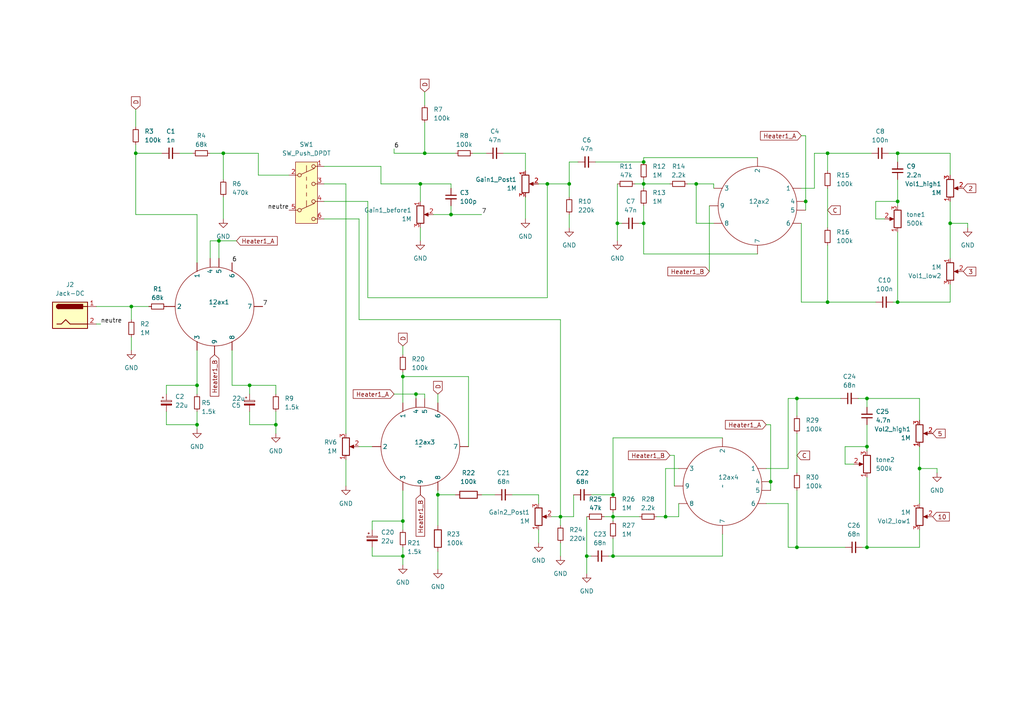
<source format=kicad_sch>
(kicad_sch (version 20250114) (generator "eeschema") (generator_version "9.0")
  (paper "A4")
  (lib_symbols
    (symbol "12ax7_rapide_1"
      (property "Reference" "12ax1" (at 1.27 1.27 0))
      (property "Value" "~" (at 0 0 0))
      (symbol "12ax7_rapide_1_0_1"
        (circle (center 0 0) (radius 11.43))
      )
      (symbol "12ax7_rapide_1_1_1"
        (pin input line (at -13.97 0 0) (length 2.54) (name "2") (number ""))
        (pin output line (at -5.08 12.7 270) (length 2.54) (name "1") (number ""))
        (pin output line (at -5.08 -12.7 90) (length 2.54) (name "3") (number ""))
        (pin passive line (at -1.27 13.97 270) (length 2.54) (name "4") (number ""))
        (pin power_in line (at 0 -13.97 90) (length 2.54) (name "9") (number ""))
        (pin passive line (at 1.27 13.97 270) (length 2.54) (name "5") (number ""))
        (pin output line (at 5.08 12.7 270) (length 2.54) (name "6") (number ""))
        (pin output line (at 5.08 -12.7 90) (length 2.54) (name "8") (number ""))
        (pin input line (at 13.97 0 180) (length 2.54) (name "7") (number ""))
      )
    )
    (symbol "12ax7_rapide_2"
      (property "Reference" "12ax3" (at 1.27 1.27 0))
      (property "Value" "~" (at 0 0 0))
      (symbol "12ax7_rapide_2_0_1"
        (circle (center 0 0) (radius 11.43))
      )
      (symbol "12ax7_rapide_2_1_1"
        (pin input line (at -13.97 0 0) (length 2.54) (name "2") (number ""))
        (pin output line (at -5.08 12.7 270) (length 2.54) (name "1") (number ""))
        (pin output line (at -5.08 -12.7 90) (length 2.54) (name "3") (number ""))
        (pin passive line (at -1.27 13.97 270) (length 2.54) (name "4") (number ""))
        (pin power_in line (at 0 -13.97 90) (length 2.54) (name "9") (number ""))
        (pin passive line (at 1.27 13.97 270) (length 2.54) (name "5") (number ""))
        (pin output line (at 5.08 12.7 270) (length 2.54) (name "6") (number ""))
        (pin output line (at 5.08 -12.7 90) (length 2.54) (name "8") (number ""))
        (pin input line (at 13.97 0 180) (length 2.54) (name "7") (number ""))
      )
    )
    (symbol "12ax7_rapide_3"
      (property "Reference" "12ax4" (at -2.54 -1.27 90))
      (property "Value" "~" (at 0 0 0))
      (symbol "12ax7_rapide_3_0_1"
        (circle (center 0 0) (radius 11.43))
      )
      (symbol "12ax7_rapide_3_1_1"
        (pin input line (at -13.97 0 0) (length 2.54) (name "2") (number ""))
        (pin output line (at -5.08 12.7 270) (length 2.54) (name "1") (number ""))
        (pin input line (at -5.08 -12.7 90) (length 2.54) (name "3") (number ""))
        (pin passive line (at -1.27 13.97 270) (length 2.54) (name "4") (number ""))
        (pin power_in line (at 0 -13.97 90) (length 2.54) (name "9") (number ""))
        (pin passive line (at 1.27 13.97 270) (length 2.54) (name "5") (number ""))
        (pin output line (at 5.08 12.7 270) (length 2.54) (name "6") (number ""))
        (pin input line (at 5.08 -12.7 90) (length 2.54) (name "8") (number ""))
        (pin input line (at 13.97 0 180) (length 2.54) (name "7") (number ""))
      )
    )
    (symbol "Connector:Jack-DC" (pin_names (offset 1.016))
      (property "Reference" "J2" (at 0 8.89 0))
      (property "Value" "Jack-DC" (at 0 6.35 0))
      (symbol "Jack-DC_0_1"
        (rectangle (start -5.08 3.81) (end 5.08 -3.81) (stroke (width 0.254)) (fill (type background)))
        (polyline (pts (xy -3.81 -2.54) (xy -2.54 -2.54) (xy -1.27 -1.27) (xy 0 -2.54) (xy 2.54 -2.54) (xy 5.08 -2.54)) (stroke (width 0.254)))
        (arc (start -3.302 1.905) (mid -3.9343 2.54) (end -3.302 3.175) (stroke (width 0.254)))
        (arc (start -3.302 1.905) (mid -3.9343 2.54) (end -3.302 3.175) (stroke (width 0.254)) (fill (type outline)))
        (rectangle (start 3.683 3.175) (end -3.302 1.905) (stroke (width 0.254)) (fill (type outline)))
        (polyline (pts (xy 5.08 2.54) (xy 3.81 2.54)) (stroke (width 0.254)))
      )
      (symbol "Jack-DC_1_1"
        (pin passive line (at 7.62 2.54 180) (length 2.54) (name "~") (number "1"))
        (pin power_out line (at 7.62 -2.54 180) (length 2.54) (name "~") (number "2"))
      )
    )
    (symbol "Device:C_Polarized_Small" (pin_numbers (hide yes)) (pin_names (offset 0.254) (hide yes))
      (property "Reference" "C" (at 0.254 1.778 0))
      (property "Value" "C_Polarized_Small" (at 0.254 -2.032 0))
      (symbol "C_Polarized_Small_0_1"
        (rectangle (start -1.524 0.6858) (end 1.524 0.3048))
        (rectangle (start -1.524 -0.3048) (end 1.524 -0.6858) (fill (type outline)))
        (polyline (pts (xy -1.27 1.524) (xy -0.762 1.524)))
        (polyline (pts (xy -1.016 1.27) (xy -1.016 1.778)))
      )
      (symbol "C_Polarized_Small_1_1"
        (pin passive line (at 0 2.54 270) (length 1.8542) (name "~") (number "1"))
        (pin passive line (at 0 -2.54 90) (length 1.8542) (name "~") (number "2"))
      )
    )
    (symbol "Device:C_Small" (pin_numbers (hide yes)) (pin_names (offset 0.254) (hide yes))
      (property "Reference" "C" (at 0.254 1.778 0))
      (property "Value" "C_Small" (at 0.254 -2.032 0))
      (symbol "C_Small_0_1"
        (polyline (pts (xy -1.524 0.508) (xy 1.524 0.508)) (stroke (width 0.3048)))
        (polyline (pts (xy -1.524 -0.508) (xy 1.524 -0.508)) (stroke (width 0.3302)))
      )
      (symbol "C_Small_1_1"
        (pin passive line (at 0 2.54 270) (length 2.032) (name "~") (number "1"))
        (pin passive line (at 0 -2.54 90) (length 2.032) (name "~") (number "2"))
      )
    )
    (symbol "Device:R" (pin_numbers (hide yes)) (pin_names (offset 0))
      (property "Reference" "R" (at 2.032 0 90))
      (property "Value" "R" (at 0 0 90))
      (symbol "R_0_1"
        (rectangle (start -1.016 -2.54) (end 1.016 2.54) (stroke (width 0.254)))
      )
      (symbol "R_1_1"
        (pin passive line (at 0 3.81 270) (length 1.27) (name "~") (number "1"))
        (pin passive line (at 0 -3.81 90) (length 1.27) (name "~") (number "2"))
      )
    )
    (symbol "Device:R_Potentiometer" (pin_names (offset 1.016) (hide yes))
      (property "Reference" "RV" (at -4.445 0 90))
      (property "Value" "R_Potentiometer" (at -2.54 0 90))
      (symbol "R_Potentiometer_0_1"
        (rectangle (start 1.016 2.54) (end -1.016 -2.54) (stroke (width 0.254)))
        (polyline (pts (xy 1.143 0) (xy 2.286 0.508) (xy 2.286 -0.508) (xy 1.143 0)) (fill (type outline)))
        (polyline (pts (xy 2.54 0) (xy 1.524 0)))
      )
      (symbol "R_Potentiometer_1_1"
        (pin passive line (at 0 3.81 270) (length 1.27) (name "1") (number "1"))
        (pin passive line (at 0 -3.81 90) (length 1.27) (name "3") (number "3"))
        (pin passive line (at 3.81 0 180) (length 1.27) (name "2") (number "2"))
      )
    )
    (symbol "Device:R_Small" (pin_numbers (hide yes)) (pin_names (offset 0.254) (hide yes))
      (property "Reference" "R" (at 0.762 0.508 0))
      (property "Value" "R_Small" (at 0.762 -1.016 0))
      (symbol "R_Small_0_1"
        (rectangle (start -0.762 1.778) (end 0.762 -1.778) (stroke (width 0.2032)))
      )
      (symbol "R_Small_1_1"
        (pin passive line (at 0 2.54 270) (length 0.762) (name "~") (number "1"))
        (pin passive line (at 0 -2.54 90) (length 0.762) (name "~") (number "2"))
      )
    )
    (symbol "Maker:12ax7_rapide"
      (property "Reference" "12ax2" (at -1.27 -2.54 90))
      (property "Value" "~" (at 0 0 0))
      (symbol "12ax7_rapide_0_1"
        (circle (center 0 0) (radius 11.43))
      )
      (symbol "12ax7_rapide_1_1"
        (pin input line (at -13.97 0 0) (length 2.54) (name "2") (number ""))
        (pin output line (at -5.08 12.7 270) (length 2.54) (name "1") (number ""))
        (pin input line (at -5.08 -12.7 90) (length 2.54) (name "3") (number ""))
        (pin passive line (at -1.27 13.97 270) (length 2.54) (name "4") (number ""))
        (pin power_in line (at 0 -13.97 90) (length 2.54) (name "9") (number ""))
        (pin passive line (at 1.27 13.97 270) (length 2.54) (name "5") (number ""))
        (pin output line (at 5.08 12.7 270) (length 2.54) (name "6") (number ""))
        (pin input line (at 5.08 -12.7 90) (length 2.54) (name "8") (number ""))
        (pin input line (at 13.97 0 180) (length 2.54) (name "7") (number ""))
      )
    )
    (symbol "Switch:SW_Push_DPDT" (pin_names (offset 0) (hide yes))
      (property "Reference" "SW" (at 0 10.16 0))
      (property "Value" "SW_Push_DPDT" (at 0 -10.16 0))
      (symbol "SW_Push_DPDT_0_0"
        (circle (center -2.032 5.08) (radius 0.508))
        (circle (center -2.032 -5.08) (radius 0.508))
        (circle (center 2.032 2.54) (radius 0.508))
        (circle (center 2.032 -7.62) (radius 0.508))
      )
      (symbol "SW_Push_DPDT_0_1"
        (polyline (pts (xy -1.524 5.334) (xy 2.3368 7.0612)))
        (polyline (pts (xy -1.524 -4.826) (xy 2.3368 -3.0988)))
        (polyline (pts (xy 0 7.874) (xy 0 6.096)))
        (polyline (pts (xy 0 3.556) (xy 0 4.572)))
        (polyline (pts (xy 0 1.27) (xy 0 2.286)))
        (polyline (pts (xy 0 -1.016) (xy 0 0)))
        (polyline (pts (xy 0 -2.286) (xy 0 -4.064)))
        (circle (center 2.032 7.62) (radius 0.508))
        (circle (center 2.032 -2.54) (radius 0.508))
      )
      (symbol "SW_Push_DPDT_1_1"
        (rectangle (start -3.175 8.89) (end 3.175 -8.89) (fill (type background)))
        (pin passive line (at -5.08 5.08 0) (length 2.54) (name "B") (number "2"))
        (pin passive line (at -5.08 -5.08 0) (length 2.54) (name "B") (number "5"))
        (pin passive line (at 5.08 7.62 180) (length 2.54) (name "A") (number "1"))
        (pin passive line (at 5.08 2.54 180) (length 2.54) (name "C") (number "3"))
        (pin passive line (at 5.08 -2.54 180) (length 2.54) (name "A") (number "4"))
        (pin passive line (at 5.08 -7.62 180) (length 2.54) (name "C") (number "6"))
      )
    )
    (symbol "power:GND" (power) (pin_names (offset 0))
      (property "Value" "GND" (at 0 -3.81 0))
      (symbol "GND_0_1"
        (polyline (pts (xy 0 0) (xy 0 -1.27) (xy 1.27 -1.27) (xy 0 -2.54) (xy -1.27 -1.27) (xy 0 -1.27)))
      )
      (symbol "GND_1_1"
        (pin power_in line (at 0 0 270) (length 0) (hide yes) (name "GND") (number "1"))
      )
    )
  )
  (junction (at 64.77 44.45))
  (junction (at 201.93 53.34))
  (junction (at 251.46 115.57))
  (junction (at 186.69 64.77))
  (junction (at 251.46 158.75))
  (junction (at 162.56 149.86))
  (junction (at 38.1 88.9))
  (junction (at 127 143.51))
  (junction (at 158.75 53.34))
  (junction (at 63.5 69.85))
  (junction (at 260.35 44.45))
  (junction (at 177.8 161.29))
  (junction (at 275.59 64.77))
  (junction (at 130.81 62.23))
  (junction (at 251.46 129.54))
  (junction (at 116.84 151.13))
  (junction (at 57.15 123.19))
  (junction (at 231.14 115.57))
  (junction (at 116.84 161.29))
  (junction (at 80.01 123.19))
  (junction (at 240.03 44.45))
  (junction (at 260.35 87.63))
  (junction (at 72.39 111.76))
  (junction (at 123.19 44.45))
  (junction (at 165.1 53.34))
  (junction (at 116.84 109.22))
  (junction (at 177.8 149.86))
  (junction (at 120.65 114.3))
  (junction (at 233.68 58.42))
  (junction (at 177.8 143.51))
  (junction (at 186.69 53.34))
  (junction (at 179.07 64.77))
  (junction (at 170.18 161.29))
  (junction (at 266.7 135.89))
  (junction (at 260.35 58.42))
  (junction (at 186.69 46.99))
  (junction (at 231.14 158.75))
  (junction (at 193.04 149.86))
  (junction (at 240.03 87.63))
  (junction (at 39.37 44.45))
  (junction (at 57.15 111.76))
  (junction (at 223.52 139.7))
  (junction (at 121.92 53.34))
  (wire (pts (xy 186.69 53.34) (xy 186.69 54.61)))
  (wire (pts (xy 233.68 39.37) (xy 232.41 39.37)))
  (wire (pts (xy 48.26 123.19) (xy 57.15 123.19)))
  (wire (pts (xy 39.37 41.91) (xy 39.37 44.45)))
  (wire (pts (xy 222.25 146.05) (xy 228.6 146.05)))
  (wire (pts (xy 146.05 44.45) (xy 152.4 44.45)))
  (wire (pts (xy 177.8 156.21) (xy 177.8 161.29)))
  (wire (pts (xy 165.1 46.99) (xy 165.1 53.34)))
  (wire (pts (xy 60.96 74.93) (xy 60.96 69.85)))
  (wire (pts (xy 100.33 53.34) (xy 100.33 125.73)))
  (wire (pts (xy 107.95 153.67) (xy 107.95 151.13)))
  (wire (pts (xy 127 160.02) (xy 127 165.1)))
  (wire (pts (xy 114.3 44.45) (xy 123.19 44.45)))
  (wire (pts (xy 67.31 101.6) (xy 67.31 111.76)))
  (wire (pts (xy 27.94 88.9) (xy 38.1 88.9)))
  (wire (pts (xy 240.03 44.45) (xy 240.03 49.53)))
  (wire (pts (xy 60.96 69.85) (xy 63.5 69.85)))
  (wire (pts (xy 190.5 149.86) (xy 193.04 149.86)))
  (wire (pts (xy 193.04 135.89) (xy 193.04 149.86)))
  (wire (pts (xy 231.14 115.57) (xy 231.14 120.65)))
  (wire (pts (xy 158.75 53.34) (xy 165.1 53.34)))
  (wire (pts (xy 39.37 31.75) (xy 39.37 36.83)))
  (wire (pts (xy 57.15 123.19) (xy 57.15 124.46)))
  (wire (pts (xy 116.84 142.24) (xy 116.84 151.13)))
  (wire (pts (xy 135.89 129.54) (xy 135.89 109.22)))
  (wire (pts (xy 130.81 62.23) (xy 130.81 59.69)))
  (wire (pts (xy 107.95 151.13) (xy 116.84 151.13)))
  (wire (pts (xy 186.69 53.34) (xy 194.31 53.34)))
  (wire (pts (xy 193.04 149.86) (xy 196.85 149.86)))
  (wire (pts (xy 195.58 132.08) (xy 194.31 132.08)))
  (wire (pts (xy 260.35 87.63) (xy 259.08 87.63)))
  (wire (pts (xy 209.55 127) (xy 177.8 127)))
  (wire (pts (xy 152.4 44.45) (xy 152.4 49.53)))
  (wire (pts (xy 275.59 64.77) (xy 275.59 74.93)))
  (wire (pts (xy 223.52 123.19) (xy 222.25 123.19)))
  (wire (pts (xy 280.67 64.77) (xy 275.59 64.77)))
  (wire (pts (xy 177.8 161.29) (xy 176.53 161.29)))
  (wire (pts (xy 123.19 26.67) (xy 123.19 30.48)))
  (wire (pts (xy 236.22 54.61) (xy 236.22 44.45)))
  (wire (pts (xy 116.84 107.95) (xy 116.84 109.22)))
  (wire (pts (xy 251.46 129.54) (xy 251.46 130.81)))
  (wire (pts (xy 127 152.4) (xy 127 143.51)))
  (wire (pts (xy 165.1 53.34) (xy 165.1 57.15)))
  (wire (pts (xy 165.1 46.99) (xy 167.64 46.99)))
  (wire (pts (xy 177.8 149.86) (xy 185.42 149.86)))
  (wire (pts (xy 170.18 149.86) (xy 170.18 161.29)))
  (wire (pts (xy 275.59 44.45) (xy 260.35 44.45)))
  (wire (pts (xy 116.84 158.75) (xy 116.84 161.29)))
  (wire (pts (xy 80.01 123.19) (xy 80.01 125.73)))
  (wire (pts (xy 48.26 119.38) (xy 48.26 123.19)))
  (wire (pts (xy 114.3 43.18) (xy 114.3 44.45)))
  (wire (pts (xy 93.98 58.42) (xy 106.68 58.42)))
  (wire (pts (xy 64.77 44.45) (xy 64.77 52.07)))
  (wire (pts (xy 196.85 135.89) (xy 193.04 135.89)))
  (wire (pts (xy 130.81 62.23) (xy 139.7 62.23)))
  (wire (pts (xy 130.81 54.61) (xy 130.81 53.34)))
  (wire (pts (xy 201.93 64.77) (xy 201.93 53.34)))
  (wire (pts (xy 127 142.24) (xy 127 143.51)))
  (wire (pts (xy 172.72 46.99) (xy 186.69 46.99)))
  (wire (pts (xy 179.07 64.77) (xy 180.34 64.77)))
  (wire (pts (xy 125.73 62.23) (xy 130.81 62.23)))
  (wire (pts (xy 251.46 115.57) (xy 251.46 118.11)))
  (wire (pts (xy 104.14 92.71) (xy 162.56 92.71)))
  (wire (pts (xy 123.19 44.45) (xy 132.08 44.45)))
  (wire (pts (xy 231.14 158.75) (xy 245.11 158.75)))
  (wire (pts (xy 231.14 142.24) (xy 231.14 158.75)))
  (wire (pts (xy 160.02 149.86) (xy 162.56 149.86)))
  (wire (pts (xy 207.01 64.77) (xy 201.93 64.77)))
  (wire (pts (xy 57.15 62.23) (xy 39.37 62.23)))
  (wire (pts (xy 165.1 62.23) (xy 165.1 66.04)))
  (wire (pts (xy 127 114.3) (xy 127 116.84)))
  (wire (pts (xy 100.33 133.35) (xy 100.33 140.97)))
  (wire (pts (xy 57.15 119.38) (xy 57.15 123.19)))
  (wire (pts (xy 195.58 140.97) (xy 195.58 132.08)))
  (wire (pts (xy 228.6 135.89) (xy 228.6 115.57)))
  (wire (pts (xy 123.19 35.56) (xy 123.19 44.45)))
  (wire (pts (xy 201.93 53.34) (xy 207.01 53.34)))
  (wire (pts (xy 260.35 58.42) (xy 260.35 59.69)))
  (wire (pts (xy 137.16 44.45) (xy 140.97 44.45)))
  (wire (pts (xy 266.7 115.57) (xy 251.46 115.57)))
  (wire (pts (xy 57.15 114.3) (xy 57.15 111.76)))
  (wire (pts (xy 156.21 53.34) (xy 158.75 53.34)))
  (wire (pts (xy 120.65 115.57) (xy 120.65 114.3)))
  (wire (pts (xy 38.1 88.9) (xy 38.1 92.71)))
  (wire (pts (xy 156.21 143.51) (xy 156.21 146.05)))
  (wire (pts (xy 72.39 123.19) (xy 80.01 123.19)))
  (wire (pts (xy 266.7 129.54) (xy 266.7 135.89)))
  (wire (pts (xy 93.98 48.26) (xy 110.49 48.26)))
  (wire (pts (xy 107.95 161.29) (xy 116.84 161.29)))
  (wire (pts (xy 223.52 139.7) (xy 223.52 142.24)))
  (wire (pts (xy 48.26 111.76) (xy 48.26 114.3)))
  (wire (pts (xy 256.54 63.5) (xy 254 63.5)))
  (wire (pts (xy 63.5 69.85) (xy 63.5 74.93)))
  (wire (pts (xy 179.07 53.34) (xy 179.07 64.77)))
  (wire (pts (xy 266.7 158.75) (xy 251.46 158.75)))
  (wire (pts (xy 139.7 143.51) (xy 143.51 143.51)))
  (wire (pts (xy 121.92 66.04) (xy 121.92 69.85)))
  (wire (pts (xy 158.75 86.36) (xy 158.75 53.34)))
  (wire (pts (xy 275.59 82.55) (xy 275.59 87.63)))
  (wire (pts (xy 205.74 59.69) (xy 205.74 78.74)))
  (wire (pts (xy 184.15 53.34) (xy 186.69 53.34)))
  (wire (pts (xy 275.59 87.63) (xy 260.35 87.63)))
  (wire (pts (xy 74.93 50.8) (xy 74.93 44.45)))
  (wire (pts (xy 177.8 149.86) (xy 177.8 151.13)))
  (wire (pts (xy 266.7 153.67) (xy 266.7 158.75)))
  (wire (pts (xy 148.59 143.51) (xy 156.21 143.51)))
  (wire (pts (xy 80.01 119.38) (xy 80.01 123.19)))
  (wire (pts (xy 162.56 149.86) (xy 166.37 149.86)))
  (wire (pts (xy 186.69 52.07) (xy 186.69 53.34)))
  (wire (pts (xy 110.49 48.26) (xy 110.49 53.34)))
  (wire (pts (xy 152.4 57.15) (xy 152.4 63.5)))
  (wire (pts (xy 251.46 138.43) (xy 251.46 158.75)))
  (wire (pts (xy 63.5 69.85) (xy 68.58 69.85)))
  (wire (pts (xy 74.93 44.45) (xy 64.77 44.45)))
  (wire (pts (xy 170.18 161.29) (xy 171.45 161.29)))
  (wire (pts (xy 228.6 115.57) (xy 231.14 115.57)))
  (wire (pts (xy 219.71 73.66) (xy 186.69 73.66)))
  (wire (pts (xy 243.84 115.57) (xy 231.14 115.57)))
  (wire (pts (xy 209.55 161.29) (xy 177.8 161.29)))
  (wire (pts (xy 186.69 45.72) (xy 186.69 46.99)))
  (wire (pts (xy 240.03 54.61) (xy 240.03 66.04)))
  (wire (pts (xy 240.03 87.63) (xy 254 87.63)))
  (wire (pts (xy 266.7 135.89) (xy 266.7 146.05)))
  (wire (pts (xy 248.92 115.57) (xy 251.46 115.57)))
  (wire (pts (xy 245.11 129.54) (xy 251.46 129.54)))
  (wire (pts (xy 166.37 149.86) (xy 166.37 143.51)))
  (wire (pts (xy 254 58.42) (xy 260.35 58.42)))
  (wire (pts (xy 38.1 97.79) (xy 38.1 101.6)))
  (wire (pts (xy 107.95 158.75) (xy 107.95 161.29)))
  (wire (pts (xy 275.59 58.42) (xy 275.59 64.77)))
  (wire (pts (xy 207.01 53.34) (xy 207.01 54.61)))
  (wire (pts (xy 228.6 146.05) (xy 228.6 158.75)))
  (wire (pts (xy 162.56 92.71) (xy 162.56 149.86)))
  (wire (pts (xy 186.69 59.69) (xy 186.69 64.77)))
  (wire (pts (xy 135.89 109.22) (xy 116.84 109.22)))
  (wire (pts (xy 127 143.51) (xy 132.08 143.51)))
  (wire (pts (xy 72.39 111.76) (xy 72.39 114.3)))
  (wire (pts (xy 186.69 64.77) (xy 185.42 64.77)))
  (wire (pts (xy 104.14 63.5) (xy 104.14 92.71)))
  (wire (pts (xy 116.84 109.22) (xy 116.84 116.84)))
  (wire (pts (xy 231.14 125.73) (xy 231.14 137.16)))
  (wire (pts (xy 162.56 149.86) (xy 162.56 152.4)))
  (wire (pts (xy 271.78 135.89) (xy 266.7 135.89)))
  (wire (pts (xy 52.07 44.45) (xy 55.88 44.45)))
  (wire (pts (xy 233.68 58.42) (xy 233.68 39.37)))
  (wire (pts (xy 27.94 93.98) (xy 29.21 93.98)))
  (wire (pts (xy 260.35 44.45) (xy 260.35 46.99)))
  (wire (pts (xy 199.39 53.34) (xy 201.93 53.34)))
  (wire (pts (xy 233.68 58.42) (xy 233.68 60.96)))
  (wire (pts (xy 116.84 151.13) (xy 116.84 153.67)))
  (wire (pts (xy 179.07 64.77) (xy 179.07 69.85)))
  (wire (pts (xy 228.6 158.75) (xy 231.14 158.75)))
  (wire (pts (xy 39.37 62.23) (xy 39.37 44.45)))
  (wire (pts (xy 222.25 135.89) (xy 228.6 135.89)))
  (wire (pts (xy 93.98 53.34) (xy 100.33 53.34)))
  (wire (pts (xy 123.19 115.57) (xy 123.19 114.3)))
  (wire (pts (xy 38.1 88.9) (xy 43.18 88.9)))
  (wire (pts (xy 57.15 76.2) (xy 57.15 62.23)))
  (wire (pts (xy 236.22 44.45) (xy 240.03 44.45)))
  (wire (pts (xy 116.84 100.33) (xy 116.84 102.87)))
  (wire (pts (xy 271.78 137.16) (xy 271.78 135.89)))
  (wire (pts (xy 232.41 64.77) (xy 232.41 87.63)))
  (wire (pts (xy 254 63.5) (xy 254 58.42)))
  (wire (pts (xy 280.67 66.04) (xy 280.67 64.77)))
  (wire (pts (xy 121.92 53.34) (xy 121.92 58.42)))
  (wire (pts (xy 219.71 45.72) (xy 186.69 45.72)))
  (wire (pts (xy 175.26 149.86) (xy 177.8 149.86)))
  (wire (pts (xy 64.77 57.15) (xy 64.77 63.5)))
  (wire (pts (xy 57.15 101.6) (xy 57.15 111.76)))
  (wire (pts (xy 275.59 50.8) (xy 275.59 44.45)))
  (wire (pts (xy 39.37 44.45) (xy 46.99 44.45)))
  (wire (pts (xy 260.35 52.07) (xy 260.35 58.42)))
  (wire (pts (xy 209.55 154.94) (xy 209.55 161.29)))
  (wire (pts (xy 104.14 129.54) (xy 107.95 129.54)))
  (wire (pts (xy 252.73 44.45) (xy 240.03 44.45)))
  (wire (pts (xy 223.52 139.7) (xy 223.52 123.19)))
  (wire (pts (xy 251.46 158.75) (xy 250.19 158.75)))
  (wire (pts (xy 116.84 161.29) (xy 116.84 163.83)))
  (wire (pts (xy 67.31 111.76) (xy 72.39 111.76)))
  (wire (pts (xy 60.96 44.45) (xy 64.77 44.45)))
  (wire (pts (xy 186.69 73.66) (xy 186.69 64.77)))
  (wire (pts (xy 162.56 157.48) (xy 162.56 161.29)))
  (wire (pts (xy 266.7 121.92) (xy 266.7 115.57)))
  (wire (pts (xy 260.35 67.31) (xy 260.35 87.63)))
  (wire (pts (xy 196.85 146.05) (xy 196.85 149.86)))
  (wire (pts (xy 245.11 134.62) (xy 245.11 129.54)))
  (wire (pts (xy 232.41 54.61) (xy 236.22 54.61)))
  (wire (pts (xy 156.21 153.67) (xy 156.21 157.48)))
  (wire (pts (xy 106.68 86.36) (xy 158.75 86.36)))
  (wire (pts (xy 123.19 114.3) (xy 120.65 114.3)))
  (wire (pts (xy 72.39 119.38) (xy 72.39 123.19)))
  (wire (pts (xy 93.98 63.5) (xy 104.14 63.5)))
  (wire (pts (xy 247.65 134.62) (xy 245.11 134.62)))
  (wire (pts (xy 177.8 148.59) (xy 177.8 149.86)))
  (wire (pts (xy 170.18 161.29) (xy 170.18 166.37)))
  (wire (pts (xy 80.01 114.3) (xy 80.01 111.76)))
  (wire (pts (xy 120.65 114.3) (xy 114.3 114.3)))
  (wire (pts (xy 80.01 111.76) (xy 72.39 111.76)))
  (wire (pts (xy 83.82 50.8) (xy 74.93 50.8)))
  (wire (pts (xy 240.03 71.12) (xy 240.03 87.63)))
  (wire (pts (xy 251.46 123.19) (xy 251.46 129.54)))
  (wire (pts (xy 57.15 111.76) (xy 48.26 111.76)))
  (wire (pts (xy 130.81 53.34) (xy 121.92 53.34)))
  (wire (pts (xy 177.8 127) (xy 177.8 143.51)))
  (wire (pts (xy 171.45 143.51) (xy 177.8 143.51)))
  (wire (pts (xy 106.68 58.42) (xy 106.68 86.36)))
  (wire (pts (xy 257.81 44.45) (xy 260.35 44.45)))
  (wire (pts (xy 110.49 53.34) (xy 121.92 53.34)))
  (wire (pts (xy 232.41 87.63) (xy 240.03 87.63)))
  (label "7" (at 139.7 62.23 0))
  (label "neutre" (at 83.82 60.96 180))
  (label "neutre" (at 29.21 93.98 0))
  (label "7" (at 76.2 88.9 0))
  (label "6" (at 67.31 76.2 0))
  (label "6" (at 114.3 43.18 0))
  (global_label "Heater1_B" (shape input) (at 194.31 132.08 180) (property "Intersheetrefs" "${INTERSHEET_REFS}" (effects (hide yes))))
  (global_label "D" (shape input) (at 123.19 26.67 90) (property "Intersheetrefs" "${INTERSHEET_REFS}" (effects (hide yes))))
  (global_label "D" (shape input) (at 127 114.3 90) (property "Intersheetrefs" "${INTERSHEET_REFS}" (effects (hide yes))))
  (global_label "3" (shape input) (at 279.4 78.74 0) (property "Intersheetrefs" "${INTERSHEET_REFS}" (effects (hide yes))))
  (global_label "Heater1_A" (shape input) (at 222.25 123.19 180) (property "Intersheetrefs" "${INTERSHEET_REFS}" (effects (hide yes))))
  (global_label "D" (shape input) (at 116.84 100.33 90) (property "Intersheetrefs" "${INTERSHEET_REFS}" (effects (hide yes))))
  (global_label "Heater1_B" (shape input) (at 62.23 102.87 270) (property "Intersheetrefs" "${INTERSHEET_REFS}" (effects (hide yes))))
  (global_label "10" (shape input) (at 270.51 149.86 0) (property "Intersheetrefs" "${INTERSHEET_REFS}" (effects (hide yes))))
  (global_label "Heater1_B" (shape input) (at 205.74 78.74 180) (property "Intersheetrefs" "${INTERSHEET_REFS}" (effects (hide yes))))
  (global_label "Heater1_A" (shape input) (at 68.58 69.85 0) (property "Intersheetrefs" "${INTERSHEET_REFS}" (effects (hide yes))))
  (global_label "C" (shape input) (at 240.03 60.96 0) (property "Intersheetrefs" "${INTERSHEET_REFS}" (effects (hide yes))))
  (global_label "C" (shape input) (at 231.14 132.08 0) (property "Intersheetrefs" "${INTERSHEET_REFS}" (effects (hide yes))))
  (global_label "D" (shape input) (at 39.37 31.75 90) (property "Intersheetrefs" "${INTERSHEET_REFS}" (effects (hide yes))))
  (global_label "Heater1_A" (shape input) (at 232.41 39.37 180) (property "Intersheetrefs" "${INTERSHEET_REFS}" (effects (hide yes))))
  (global_label "5" (shape input) (at 270.51 125.73 0) (property "Intersheetrefs" "${INTERSHEET_REFS}" (effects (hide yes))))
  (global_label "Heater1_A" (shape input) (at 114.3 114.3 180) (property "Intersheetrefs" "${INTERSHEET_REFS}" (effects (hide yes))))
  (global_label "Heater1_B" (shape input) (at 121.92 143.51 270) (property "Intersheetrefs" "${INTERSHEET_REFS}" (effects (hide yes))))
  (global_label "2" (shape input) (at 279.4 54.61 0) (property "Intersheetrefs" "${INTERSHEET_REFS}" (effects (hide yes))))
  (symbol (lib_id "power:GND") (at 271.78 137.16 0) (unit 1)
    (property "Reference" "#PWR016" (effects (hide yes)))
    (property "Value" "GND" (at 271.78 142.24 0))
  )
  (symbol (lib_id "Device:C_Small") (at 255.27 44.45 90) (unit 1)
    (property "Reference" "C8" (at 255.2763 38.1 90))
    (property "Value" "100n" (at 255.2763 40.64 90))
    (property "Footprint" "Capacitor_SMD:C_0201_0603Metric" (effects (hide yes)))
  )
  (symbol (lib_id "power:GND") (at 121.92 69.85 0) (unit 1)
    (property "Reference" "#PWR04" (effects (hide yes)))
    (property "Value" "GND" (at 121.92 74.93 0))
  )
  (symbol (lib_id "Device:C_Small") (at 143.51 44.45 90) (unit 1)
    (property "Reference" "C4" (at 143.5163 38.1 90))
    (property "Value" "47n" (at 143.5163 40.64 90))
    (property "Footprint" "Capacitor_SMD:C_0603_1608Metric" (effects (hide yes)))
  )
  (symbol (lib_id "Device:R_Small") (at 38.1 95.25 180) (unit 1)
    (property "Reference" "R2" (at 40.64 93.98 0) (effects (justify right)))
    (property "Value" "1M" (at 40.64 96.52 0) (effects (justify right)))
    (property "Footprint" "Resistor_SMD:R_0402_1005Metric" (effects (hide yes)))
  )
  (symbol (lib_name "12ax7_rapide_2") (lib_id "Maker:12ax7_rapide") (at 121.92 129.54 0) (unit 1)
    (property "Reference" "12ax3" (at 123.19 128.27 0))
    (property "Value" "~" (at 121.92 129.54 0))
    (property "Footprint" "Preamp:NOVAL_BOTTOM_PCB" (effects (hide yes)))
  )
  (symbol (lib_id "Device:R_Small") (at 186.69 49.53 0) (unit 1)
    (property "Reference" "R12" (at 189.23 48.26 0) (effects (justify left)))
    (property "Value" "1M" (at 189.23 50.8 0) (effects (justify left)))
    (property "Footprint" "Resistor_SMD:R_1206_3216Metric" (effects (hide yes)))
  )
  (symbol (lib_id "Device:R_Small") (at 231.14 139.7 0) (unit 1)
    (property "Reference" "R30" (at 233.68 138.43 0) (effects (justify left)))
    (property "Value" "100k" (at 233.68 140.97 0) (effects (justify left)))
    (property "Footprint" "Resistor_SMD:R_2010_5025Metric" (effects (hide yes)))
  )
  (symbol (lib_id "Device:C_Small") (at 130.81 57.15 0) (unit 1)
    (property "Reference" "C3" (at 133.35 55.8863 0) (effects (justify left)))
    (property "Value" "100p" (at 133.35 58.4263 0) (effects (justify left)))
    (property "Footprint" "Capacitor_SMD:C_0603_1608Metric" (effects (hide yes)))
  )
  (symbol (lib_id "Device:R_Potentiometer") (at 156.21 149.86 0) (mirror x) (unit 1)
    (property "Reference" "Gain2_Post1" (at 153.67 148.59 0) (effects (justify right)))
    (property "Value" "1M" (at 153.67 151.13 0) (effects (justify right)))
    (property "Footprint" "Connector_JST:JST_EH_B3B-EH-A_1x03_P2.50mm_Vertical" (effects (hide yes)))
  )
  (symbol (lib_id "Device:R_Potentiometer") (at 275.59 54.61 0) (mirror x) (unit 1)
    (property "Reference" "Vol1_high1" (at 273.05 53.34 0) (effects (justify right)))
    (property "Value" "1M" (at 273.05 55.88 0) (effects (justify right)))
    (property "Footprint" "Connector_JST:JST_EH_B3B-EH-A_1x03_P2.50mm_Vertical" (effects (hide yes)))
  )
  (symbol (lib_id "Device:R_Small") (at 116.84 105.41 0) (unit 1)
    (property "Reference" "R20" (at 119.38 104.14 0) (effects (justify left)))
    (property "Value" "100k" (at 119.38 106.68 0) (effects (justify left)))
    (property "Footprint" "Resistor_SMD:R_2010_5025Metric" (effects (hide yes)))
  )
  (symbol (lib_id "Device:R_Small") (at 187.96 149.86 90) (unit 1)
    (property "Reference" "R28" (at 187.96 144.78 90))
    (property "Value" "2.2k" (at 187.96 147.32 90))
    (property "Footprint" "Resistor_SMD:R_1206_3216Metric" (effects (hide yes)))
  )
  (symbol (lib_name "12ax7_rapide_1") (lib_id "Maker:12ax7_rapide") (at 62.23 88.9 0) (unit 1)
    (property "Reference" "12ax1" (at 63.5 87.63 0))
    (property "Value" "~" (at 62.23 88.9 0))
    (property "Footprint" "Preamp:NOVAL_BOTTOM_PCB" (effects (hide yes)))
  )
  (symbol (lib_id "Device:R_Small") (at 45.72 88.9 90) (unit 1)
    (property "Reference" "R1" (at 45.72 83.82 90))
    (property "Value" "68k" (at 45.72 86.36 90))
    (property "Footprint" "Resistor_SMD:R_0402_1005Metric" (effects (hide yes)))
  )
  (symbol (lib_id "Switch:SW_Push_DPDT") (at 88.9 55.88 0) (unit 1)
    (property "Reference" "SW1" (at 88.9 41.91 0))
    (property "Value" "SW_Push_DPDT" (at 88.9 44.45 0))
    (property "Footprint" "Library_f:Holes_Switch_DPDT" (effects (hide yes)))
  )
  (symbol (lib_id "Connector:Jack-DC") (at 20.32 91.44 0) (unit 1)
    (property "Reference" "J2" (at 20.32 82.55 0))
    (property "Value" "Jack-DC" (at 20.32 85.09 0))
    (property "Footprint" "Preamp:CONN_NRJ4HF-1_NTK" (effects (hide yes)))
    (property "Description" "DC Barrel Jack" (effects (hide yes)))
  )
  (symbol (lib_id "Device:R_Potentiometer") (at 266.7 125.73 0) (mirror x) (unit 1)
    (property "Reference" "Vol2_high1" (at 264.16 124.46 0) (effects (justify right)))
    (property "Value" "1M" (at 264.16 127 0) (effects (justify right)))
    (property "Footprint" "Connector_JST:JST_EH_B3B-EH-A_1x03_P2.50mm_Vertical" (effects (hide yes)))
  )
  (symbol (lib_id "Device:R_Potentiometer") (at 251.46 134.62 180) (unit 1)
    (property "Reference" "tone2" (at 254 133.3499 0) (effects (justify right)))
    (property "Value" "500k" (at 254 135.8899 0) (effects (justify right)))
    (property "Footprint" "Connector_JST:JST_EH_B3B-EH-A_1x03_P2.50mm_Vertical" (effects (hide yes)))
  )
  (symbol (lib_id "Device:C_Polarized_Small") (at 48.26 116.84 0) (unit 1)
    (property "Reference" "C2" (at 50.8 115.0239 0) (effects (justify left)))
    (property "Value" "22u" (at 50.8 117.5639 0) (effects (justify left)))
    (property "Footprint" "Library_f:Capa_L11mm_a2.5" (effects (hide yes)))
  )
  (symbol (lib_id "Maker:12ax7_rapide") (at 219.71 59.69 270) (unit 1)
    (property "Reference" "12ax2" (at 217.17 58.42 90) (effects (justify left)))
    (property "Value" "~" (at 219.71 59.69 0))
    (property "Footprint" "Preamp:NOVAL_BOTTOM_PCB" (effects (hide yes)))
  )
  (symbol (lib_id "Device:C_Polarized_Small") (at 72.39 116.84 0) (unit 1)
    (property "Reference" "C5" (at 69.85 117.5639 0) (effects (justify right)))
    (property "Value" "22u" (at 71.12 115.57 0) (effects (justify right)))
    (property "Footprint" "Library_f:Capa_L11mm_a2.5" (effects (hide yes)))
  )
  (symbol (lib_id "power:GND") (at 100.33 140.97 0) (unit 1)
    (property "Reference" "#PWR010" (effects (hide yes)))
    (property "Value" "GND" (at 100.33 146.05 0))
  )
  (symbol (lib_id "Device:R_Small") (at 177.8 153.67 0) (unit 1)
    (property "Reference" "R27" (at 180.34 152.4 0) (effects (justify left)))
    (property "Value" "1M" (at 180.34 154.94 0) (effects (justify left)))
    (property "Footprint" "Resistor_SMD:R_1206_3216Metric" (effects (hide yes)))
  )
  (symbol (lib_id "Device:R") (at 127 156.21 0) (unit 1)
    (property "Reference" "R23" (at 129.54 154.94 0) (effects (justify left)))
    (property "Value" "100k" (at 129.54 157.48 0) (effects (justify left)))
    (property "Footprint" "Resistor_SMD:R_0402_1005Metric" (effects (hide yes)))
  )
  (symbol (lib_id "Device:R_Small") (at 172.72 149.86 90) (unit 1)
    (property "Reference" "R25" (at 172.72 144.78 90))
    (property "Value" "47k" (at 172.72 147.32 90))
    (property "Footprint" "Resistor_SMD:R_0402_1005Metric" (effects (hide yes)))
  )
  (symbol (lib_id "power:GND") (at 280.67 66.04 0) (unit 1)
    (property "Reference" "#PWR07" (effects (hide yes)))
    (property "Value" "GND" (at 280.67 71.12 0))
  )
  (symbol (lib_id "Device:C_Small") (at 246.38 115.57 90) (unit 1)
    (property "Reference" "C24" (at 246.3863 109.22 90))
    (property "Value" "68n" (at 246.3863 111.76 90))
    (property "Footprint" "Capacitor_SMD:C_0603_1608Metric" (effects (hide yes)))
  )
  (symbol (lib_id "power:GND") (at 64.77 63.5 0) (unit 1)
    (property "Reference" "#PWR01" (effects (hide yes)))
    (property "Value" "GND" (at 64.77 68.58 0))
  )
  (symbol (lib_id "power:GND") (at 162.56 161.29 0) (unit 1)
    (property "Reference" "#PWR015" (effects (hide yes)))
    (property "Value" "GND" (at 162.56 166.37 0))
  )
  (symbol (lib_id "Device:R_Potentiometer") (at 100.33 129.54 0) (mirror x) (unit 1)
    (property "Reference" "RV6" (at 97.79 128.27 0) (effects (justify right)))
    (property "Value" "1M" (at 97.79 130.81 0) (effects (justify right)))
    (property "Footprint" "Connector_JST:JST_EH_B3B-EH-A_1x03_P2.50mm_Vertical" (effects (hide yes)))
  )
  (symbol (lib_id "Device:R_Small") (at 177.8 146.05 0) (unit 1)
    (property "Reference" "R26" (at 180.34 144.78 0) (effects (justify left)))
    (property "Value" "1M" (at 180.34 147.32 0) (effects (justify left)))
    (property "Footprint" "Resistor_SMD:R_1206_3216Metric" (effects (hide yes)))
  )
  (symbol (lib_id "Device:R_Potentiometer") (at 121.92 62.23 0) (unit 1)
    (property "Reference" "Gain1_before1" (at 119.38 60.9599 0) (effects (justify right)))
    (property "Value" "1M" (at 119.38 63.4999 0) (effects (justify right)))
    (property "Footprint" "Connector_JST:JST_EH_B3B-EH-A_1x03_P2.50mm_Vertical" (effects (hide yes)))
  )
  (symbol (lib_id "Device:C_Small") (at 251.46 120.65 180) (unit 1)
    (property "Reference" "C25" (at 254 119.3736 0) (effects (justify right)))
    (property "Value" "4.7n" (at 254 121.9136 0) (effects (justify right)))
    (property "Footprint" "Capacitor_SMD:C_0603_1608Metric" (effects (hide yes)))
  )
  (symbol (lib_id "Device:R") (at 135.89 143.51 90) (unit 1)
    (property "Reference" "R22" (at 135.89 137.16 90))
    (property "Value" "100k" (at 135.89 139.7 90))
    (property "Footprint" "Resistor_SMD:R_0402_1005Metric" (effects (hide yes)))
  )
  (symbol (lib_id "Device:C_Small") (at 256.54 87.63 90) (unit 1)
    (property "Reference" "C10" (at 256.5463 81.28 90))
    (property "Value" "100n" (at 256.5463 83.82 90))
    (property "Footprint" "Capacitor_SMD:C_0201_0603Metric" (effects (hide yes)))
  )
  (symbol (lib_id "Device:C_Small") (at 182.88 64.77 90) (unit 1)
    (property "Reference" "C7" (at 182.8863 58.42 90))
    (property "Value" "47n" (at 182.8863 60.96 90))
    (property "Footprint" "Capacitor_SMD:C_0603_1608Metric" (effects (hide yes)))
  )
  (symbol (lib_id "Device:R_Small") (at 162.56 154.94 0) (unit 1)
    (property "Reference" "R24" (at 165.1 153.67 0) (effects (justify left)))
    (property "Value" "220k" (at 165.1 156.21 0) (effects (justify left)))
    (property "Footprint" "Resistor_SMD:R_1206_3216Metric" (effects (hide yes)))
  )
  (symbol (lib_id "Device:C_Small") (at 260.35 49.53 180) (unit 1)
    (property "Reference" "C9" (at 262.89 48.2536 0) (effects (justify right)))
    (property "Value" "2.2n" (at 262.89 50.7936 0) (effects (justify right)))
    (property "Footprint" "Capacitor_SMD:C_0201_0603Metric" (effects (hide yes)))
  )
  (symbol (lib_id "power:GND") (at 38.1 101.6 0) (unit 1)
    (property "Reference" "#PWR02" (effects (hide yes)))
    (property "Value" "GND" (at 38.1 106.68 0))
  )
  (symbol (lib_id "power:GND") (at 57.15 124.46 0) (unit 1)
    (property "Reference" "#PWR03" (effects (hide yes)))
    (property "Value" "GND" (at 57.15 129.54 0))
  )
  (symbol (lib_id "Device:R_Small") (at 181.61 53.34 90) (unit 1)
    (property "Reference" "R11" (at 181.61 48.26 90))
    (property "Value" "47k" (at 181.61 50.8 90))
    (property "Footprint" "Resistor_SMD:R_0402_1005Metric" (effects (hide yes)))
  )
  (symbol (lib_id "Device:R_Potentiometer") (at 266.7 149.86 0) (unit 1)
    (property "Reference" "Vol2_low1" (at 264.16 151.13 0) (effects (justify right)))
    (property "Value" "1M" (at 264.16 148.59 0) (effects (justify right)))
    (property "Footprint" "Connector_JST:JST_EH_B3B-EH-A_1x03_P2.50mm_Vertical" (effects (hide yes)))
  )
  (symbol (lib_id "Device:R_Small") (at 58.42 44.45 90) (unit 1)
    (property "Reference" "R4" (at 58.42 39.37 90))
    (property "Value" "68k" (at 58.42 41.91 90))
    (property "Footprint" "Resistor_SMD:R_0402_1005Metric" (effects (hide yes)))
  )
  (symbol (lib_id "Device:R_Small") (at 240.03 68.58 0) (unit 1)
    (property "Reference" "R16" (at 242.57 67.31 0) (effects (justify left)))
    (property "Value" "100k" (at 242.57 69.85 0) (effects (justify left)))
    (property "Footprint" "Resistor_SMD:R_2010_5025Metric" (effects (hide yes)))
  )
  (symbol (lib_id "Device:R_Small") (at 123.19 33.02 0) (unit 1)
    (property "Reference" "R7" (at 125.73 31.75 0) (effects (justify left)))
    (property "Value" "100k" (at 125.73 34.29 0) (effects (justify left)))
    (property "Footprint" "Resistor_SMD:R_2010_5025Metric" (effects (hide yes)))
  )
  (symbol (lib_id "Device:C_Small") (at 173.99 161.29 90) (unit 1)
    (property "Reference" "C23" (at 173.9963 154.94 90))
    (property "Value" "68n" (at 173.9963 157.48 90))
    (property "Footprint" "Capacitor_SMD:C_0603_1608Metric" (effects (hide yes)))
  )
  (symbol (lib_id "Device:C_Polarized_Small") (at 107.95 156.21 0) (unit 1)
    (property "Reference" "C20" (at 110.49 154.3939 0) (effects (justify left)))
    (property "Value" "22u" (at 110.49 156.9339 0) (effects (justify left)))
    (property "Footprint" "Library_f:Capa_L11mm_a2.5" (effects (hide yes)))
  )
  (symbol (lib_id "Device:C_Small") (at 170.18 46.99 90) (unit 1)
    (property "Reference" "C6" (at 170.1863 40.64 90))
    (property "Value" "47n" (at 170.1863 43.18 90))
    (property "Footprint" "Capacitor_SMD:C_0603_1608Metric" (effects (hide yes)))
  )
  (symbol (lib_id "Device:C_Small") (at 146.05 143.51 90) (unit 1)
    (property "Reference" "C21" (at 146.0563 137.16 90))
    (property "Value" "68n" (at 146.0563 139.7 90))
    (property "Footprint" "Capacitor_SMD:C_0603_1608Metric" (effects (hide yes)))
  )
  (symbol (lib_id "Device:R_Small") (at 186.69 57.15 0) (unit 1)
    (property "Reference" "R13" (at 189.23 55.88 0) (effects (justify left)))
    (property "Value" "1M" (at 189.23 58.42 0) (effects (justify left)))
    (property "Footprint" "Resistor_SMD:R_1206_3216Metric" (effects (hide yes)))
  )
  (symbol (lib_id "Device:R_Small") (at 134.62 44.45 90) (unit 1)
    (property "Reference" "R8" (at 134.62 39.37 90))
    (property "Value" "100k" (at 134.62 41.91 90))
    (property "Footprint" "Resistor_SMD:R_2010_5025Metric" (effects (hide yes)))
  )
  (symbol (lib_id "power:GND") (at 80.01 125.73 0) (unit 1)
    (property "Reference" "#PWR09" (effects (hide yes)))
    (property "Value" "GND" (at 80.01 130.81 0))
  )
  (symbol (lib_id "Device:R_Small") (at 39.37 39.37 0) (unit 1)
    (property "Reference" "R3" (at 41.91 38.1 0) (effects (justify left)))
    (property "Value" "100k" (at 41.91 40.64 0) (effects (justify left)))
    (property "Footprint" "Resistor_SMD:R_2010_5025Metric" (effects (hide yes)))
  )
  (symbol (lib_id "Device:R_Potentiometer") (at 275.59 78.74 0) (unit 1)
    (property "Reference" "Vol1_low2" (at 273.05 80.01 0) (effects (justify right)))
    (property "Value" "1M" (at 273.05 77.47 0) (effects (justify right)))
    (property "Footprint" "Connector_JST:JST_EH_B3B-EH-A_1x03_P2.50mm_Vertical" (effects (hide yes)))
  )
  (symbol (lib_id "Device:R_Potentiometer") (at 260.35 63.5 180) (unit 1)
    (property "Reference" "tone1" (at 262.89 62.2299 0) (effects (justify right)))
    (property "Value" "500k" (at 262.89 64.7699 0) (effects (justify right)))
    (property "Footprint" "Connector_JST:JST_EH_B3B-EH-A_1x03_P2.50mm_Vertical" (effects (hide yes)))
  )
  (symbol (lib_id "Device:R_Small") (at 64.77 54.61 0) (unit 1)
    (property "Reference" "R6" (at 67.31 53.34 0) (effects (justify left)))
    (property "Value" "470k" (at 67.31 55.88 0) (effects (justify left)))
    (property "Footprint" "Resistor_SMD:R_0805_2012Metric" (effects (hide yes)))
  )
  (symbol (lib_id "Device:R_Small") (at 165.1 59.69 0) (unit 1)
    (property "Reference" "R10" (at 167.64 58.42 0) (effects (justify left)))
    (property "Value" "220k" (at 167.64 60.96 0) (effects (justify left)))
    (property "Footprint" "Resistor_SMD:R_1206_3216Metric" (effects (hide yes)))
  )
  (symbol (lib_id "Device:C_Small") (at 168.91 143.51 90) (unit 1)
    (property "Reference" "C22" (at 168.9163 137.16 90))
    (property "Value" "68n" (at 168.9163 139.7 90))
    (property "Footprint" "Capacitor_SMD:C_0603_1608Metric" (effects (hide yes)))
  )
  (symbol (lib_id "power:GND") (at 170.18 166.37 0) (unit 1)
    (property "Reference" "#PWR014" (effects (hide yes)))
    (property "Value" "GND" (at 170.18 171.45 0))
  )
  (symbol (lib_id "power:GND") (at 116.84 163.83 0) (unit 1)
    (property "Reference" "#PWR011" (effects (hide yes)))
    (property "Value" "GND" (at 116.84 168.91 0))
  )
  (symbol (lib_id "Device:R_Small") (at 57.15 116.84 0) (unit 1)
    (property "Reference" "R5" (at 58.42 116.84 0) (effects (justify left)))
    (property "Value" "1.5k" (at 58.42 119.38 0) (effects (justify left)))
    (property "Footprint" "Resistor_SMD:R_0402_1005Metric" (effects (hide yes)))
  )
  (symbol (lib_id "Device:R_Small") (at 116.84 156.21 0) (unit 1)
    (property "Reference" "R21" (at 118.11 157.48 0) (effects (justify left)))
    (property "Value" "1.5k" (at 118.11 160.02 0) (effects (justify left)))
    (property "Footprint" "Resistor_SMD:R_0402_1005Metric" (effects (hide yes)))
  )
  (symbol (lib_id "power:GND") (at 165.1 66.04 0) (unit 1)
    (property "Reference" "#PWR08" (effects (hide yes)))
    (property "Value" "GND" (at 165.1 71.12 0))
  )
  (symbol (lib_id "Device:R_Small") (at 80.01 116.84 0) (unit 1)
    (property "Reference" "R9" (at 82.55 115.57 0) (effects (justify left)))
    (property "Value" "1.5k" (at 82.55 118.11 0) (effects (justify left)))
    (property "Footprint" "Resistor_SMD:R_0402_1005Metric" (effects (hide yes)))
  )
  (symbol (lib_id "Device:R_Small") (at 231.14 123.19 0) (unit 1)
    (property "Reference" "R29" (at 233.68 121.92 0) (effects (justify left)))
    (property "Value" "100k" (at 233.68 124.46 0) (effects (justify left)))
    (property "Footprint" "Resistor_SMD:R_2010_5025Metric" (effects (hide yes)))
  )
  (symbol (lib_id "power:GND") (at 179.07 69.85 0) (unit 1)
    (property "Reference" "#PWR06" (effects (hide yes)))
    (property "Value" "GND" (at 179.07 74.93 0))
  )
  (symbol (lib_id "Device:C_Small") (at 49.53 44.45 90) (unit 1)
    (property "Reference" "C1" (at 49.5363 38.1 90))
    (property "Value" "1n" (at 49.5363 40.64 90))
    (property "Footprint" "Capacitor_SMD:C_0201_0603Metric" (effects (hide yes)))
  )
  (symbol (lib_id "Device:R_Small") (at 240.03 52.07 0) (unit 1)
    (property "Reference" "R15" (at 242.57 50.8 0) (effects (justify left)))
    (property "Value" "100k" (at 242.57 53.34 0) (effects (justify left)))
    (property "Footprint" "Resistor_SMD:R_2010_5025Metric" (effects (hide yes)))
  )
  (symbol (lib_id "power:GND") (at 156.21 157.48 0) (unit 1)
    (property "Reference" "#PWR013" (effects (hide yes)))
    (property "Value" "GND" (at 156.21 162.56 0))
  )
  (symbol (lib_name "12ax7_rapide_3") (lib_id "Maker:12ax7_rapide") (at 209.55 140.97 270) (unit 1)
    (property "Reference" "12ax4" (at 208.28 138.43 90) (effects (justify left)))
    (property "Value" "~" (at 209.55 140.97 0))
    (property "Footprint" "Preamp:NOVAL_BOTTOM_PCB" (effects (hide yes)))
  )
  (symbol (lib_id "Device:R_Potentiometer") (at 152.4 53.34 0) (unit 1)
    (property "Reference" "Gain1_Post1" (at 149.86 52.0699 0) (effects (justify right)))
    (property "Value" "1M" (at 149.86 54.6099 0) (effects (justify right)))
    (property "Footprint" "Connector_JST:JST_EH_B3B-EH-A_1x03_P2.50mm_Vertical" (effects (hide yes)))
  )
  (symbol (lib_id "power:GND") (at 127 165.1 0) (unit 1)
    (property "Reference" "#PWR012" (effects (hide yes)))
    (property "Value" "GND" (at 127 170.18 0))
  )
  (symbol (lib_id "power:GND") (at 152.4 63.5 0) (unit 1)
    (property "Reference" "#PWR05" (effects (hide yes)))
    (property "Value" "GND" (at 152.4 68.58 0))
  )
  (symbol (lib_id "Device:R_Small") (at 196.85 53.34 90) (unit 1)
    (property "Reference" "R14" (at 196.85 48.26 90))
    (property "Value" "2.2k" (at 196.85 50.8 90))
    (property "Footprint" "Resistor_SMD:R_1206_3216Metric" (effects (hide yes)))
  )
  (symbol (lib_id "Device:C_Small") (at 247.65 158.75 90) (unit 1)
    (property "Reference" "C26" (at 247.6563 152.4 90))
    (property "Value" "68n" (at 247.6563 154.94 90))
    (property "Footprint" "Capacitor_SMD:C_0603_1608Metric" (effects (hide yes)))
  )
)
</source>
